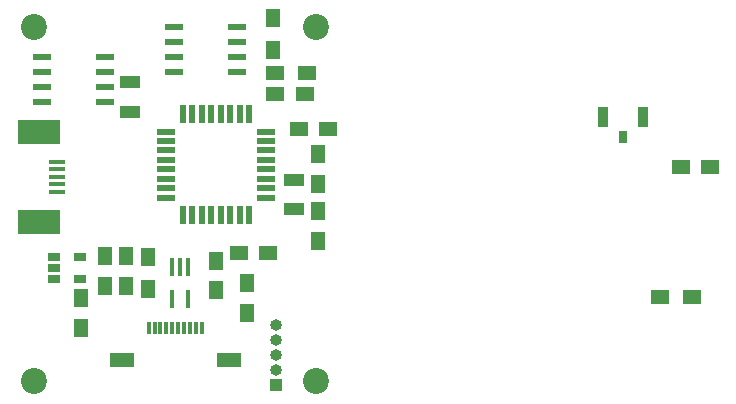
<source format=gts>
G04 #@! TF.FileFunction,Soldermask,Top*
%FSLAX46Y46*%
G04 Gerber Fmt 4.6, Leading zero omitted, Abs format (unit mm)*
G04 Created by KiCad (PCBNEW 4.0.5) date 05/03/17 20:46:56*
%MOMM*%
%LPD*%
G01*
G04 APERTURE LIST*
%ADD10C,0.100000*%
%ADD11C,2.200000*%
%ADD12R,1.250000X1.500000*%
%ADD13R,1.500000X1.250000*%
%ADD14R,3.600000X2.000000*%
%ADD15R,1.380000X0.400000*%
%ADD16R,1.000000X1.000000*%
%ADD17O,1.000000X1.000000*%
%ADD18R,0.300000X1.000000*%
%ADD19R,2.000000X1.300000*%
%ADD20R,1.500000X1.300000*%
%ADD21R,1.300000X1.500000*%
%ADD22R,0.900000X1.700000*%
%ADD23R,0.800000X1.100000*%
%ADD24R,1.060000X0.650000*%
%ADD25R,1.600000X0.550000*%
%ADD26R,0.550000X1.600000*%
%ADD27R,1.550000X0.600000*%
%ADD28R,0.400000X1.500000*%
%ADD29R,1.800000X1.000000*%
G04 APERTURE END LIST*
D10*
D11*
X127254000Y-56451500D03*
X127254000Y-86423500D03*
X103378000Y-86423500D03*
D12*
X118745000Y-76220000D03*
X118745000Y-78720000D03*
D13*
X125750000Y-65024000D03*
X128250000Y-65024000D03*
X120670000Y-75565000D03*
X123170000Y-75565000D03*
X158085001Y-68257000D03*
X160585001Y-68257000D03*
D12*
X107315000Y-81895000D03*
X107315000Y-79395000D03*
X111125000Y-75839000D03*
X111125000Y-78339000D03*
X127381000Y-74529000D03*
X127381000Y-72029000D03*
X127381000Y-67203000D03*
X127381000Y-69703000D03*
D13*
X126281500Y-62103000D03*
X123781500Y-62103000D03*
D12*
X121412000Y-80625000D03*
X121412000Y-78125000D03*
X109347000Y-75839000D03*
X109347000Y-78339000D03*
D14*
X103748000Y-65288000D03*
X103748000Y-72888000D03*
D15*
X105283000Y-67818000D03*
X105283000Y-69088000D03*
X105283000Y-70358000D03*
X105283000Y-68453000D03*
X105283000Y-69723000D03*
D16*
X123825000Y-86741000D03*
D17*
X123825000Y-85471000D03*
X123825000Y-84201000D03*
X123825000Y-82931000D03*
X123825000Y-81661000D03*
D18*
X115050000Y-81923000D03*
X114550000Y-81923000D03*
X114050000Y-81923000D03*
X113550000Y-81923000D03*
X113050000Y-81923000D03*
X115550000Y-81923000D03*
X116050000Y-81923000D03*
X116550000Y-81923000D03*
X117050000Y-81923000D03*
X117550000Y-81923000D03*
D19*
X110750000Y-84623000D03*
X119850000Y-84623000D03*
D20*
X156355001Y-79307000D03*
X159055001Y-79307000D03*
X126445000Y-60325000D03*
X123745000Y-60325000D03*
D21*
X123571000Y-58373000D03*
X123571000Y-55673000D03*
X113030000Y-75866000D03*
X113030000Y-78566000D03*
D22*
X151486191Y-64067000D03*
X154886191Y-64067000D03*
D23*
X153186191Y-65707000D03*
D24*
X105072000Y-75885000D03*
X105072000Y-76835000D03*
X105072000Y-77785000D03*
X107272000Y-77785000D03*
X107272000Y-75885000D03*
D25*
X122995000Y-70872000D03*
X122995000Y-70072000D03*
X122995000Y-69272000D03*
X122995000Y-68472000D03*
X122995000Y-67672000D03*
X122995000Y-66872000D03*
X122995000Y-66072000D03*
X122995000Y-65272000D03*
D26*
X121545000Y-63822000D03*
X120745000Y-63822000D03*
X119945000Y-63822000D03*
X119145000Y-63822000D03*
X118345000Y-63822000D03*
X117545000Y-63822000D03*
X116745000Y-63822000D03*
X115945000Y-63822000D03*
D25*
X114495000Y-65272000D03*
X114495000Y-66072000D03*
X114495000Y-66872000D03*
X114495000Y-67672000D03*
X114495000Y-68472000D03*
X114495000Y-69272000D03*
X114495000Y-70072000D03*
X114495000Y-70872000D03*
D26*
X115945000Y-72322000D03*
X116745000Y-72322000D03*
X117545000Y-72322000D03*
X118345000Y-72322000D03*
X119145000Y-72322000D03*
X119945000Y-72322000D03*
X120745000Y-72322000D03*
X121545000Y-72322000D03*
D27*
X115156000Y-56451500D03*
X115156000Y-57721500D03*
X115156000Y-58991500D03*
X115156000Y-60261500D03*
X120556000Y-60261500D03*
X120556000Y-58991500D03*
X120556000Y-57721500D03*
X120556000Y-56451500D03*
X109380000Y-62738000D03*
X109380000Y-61468000D03*
X109380000Y-60198000D03*
X109380000Y-58928000D03*
X103980000Y-58928000D03*
X103980000Y-60198000D03*
X103980000Y-61468000D03*
X103980000Y-62738000D03*
D28*
X116347000Y-76775000D03*
X115697000Y-76775000D03*
X115047000Y-76775000D03*
X115047000Y-79435000D03*
X116347000Y-79435000D03*
D29*
X125349000Y-71862000D03*
X125349000Y-69362000D03*
X111506000Y-63607000D03*
X111506000Y-61107000D03*
D11*
X103378000Y-56388000D03*
M02*

</source>
